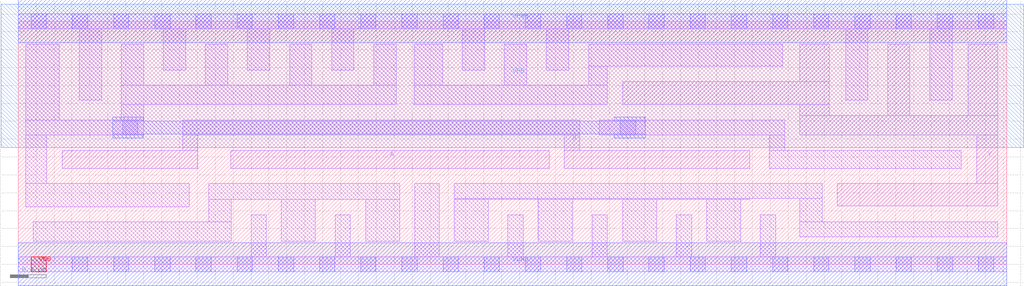
<source format=lef>
# Copyright 2020 The SkyWater PDK Authors
#
# Licensed under the Apache License, Version 2.0 (the "License");
# you may not use this file except in compliance with the License.
# You may obtain a copy of the License at
#
#     https://www.apache.org/licenses/LICENSE-2.0
#
# Unless required by applicable law or agreed to in writing, software
# distributed under the License is distributed on an "AS IS" BASIS,
# WITHOUT WARRANTIES OR CONDITIONS OF ANY KIND, either express or implied.
# See the License for the specific language governing permissions and
# limitations under the License.
#
# SPDX-License-Identifier: Apache-2.0

VERSION 5.7 ;
  NOWIREEXTENSIONATPIN ON ;
  DIVIDERCHAR "/" ;
  BUSBITCHARS "[]" ;
PROPERTYDEFINITIONS
  MACRO maskLayoutSubType STRING ;
  MACRO prCellType STRING ;
  MACRO originalViewName STRING ;
END PROPERTYDEFINITIONS
MACRO sky130_fd_sc_hdll__xnor2_4
  CLASS CORE ;
  FOREIGN sky130_fd_sc_hdll__xnor2_4 ;
  ORIGIN  0.000000  0.000000 ;
  SIZE  11.04000 BY  2.720000 ;
  SYMMETRY X Y R90 ;
  SITE unithd ;
  PIN A
    ANTENNAGATEAREA  2.220000 ;
    DIRECTION INPUT ;
    USE SIGNAL ;
    PORT
      LAYER li1 ;
        RECT 2.375000 1.075000 5.930000 1.275000 ;
    END
  END A
  PIN B
    ANTENNAGATEAREA  2.220000 ;
    DIRECTION INPUT ;
    USE SIGNAL ;
    PORT
      LAYER li1 ;
        RECT 0.490000 1.075000 2.005000 1.275000 ;
        RECT 1.835000 1.275000 2.005000 1.445000 ;
        RECT 1.835000 1.445000 6.270000 1.615000 ;
        RECT 6.100000 1.075000 8.170000 1.275000 ;
        RECT 6.100000 1.275000 6.270000 1.445000 ;
    END
  END B
  PIN Y
    ANTENNADIFFAREA  1.858500 ;
    DIRECTION OUTPUT ;
    USE SIGNAL ;
    PORT
      LAYER li1 ;
        RECT  6.750000 1.785000  9.060000 2.045000 ;
        RECT  8.730000 1.445000 10.940000 1.665000 ;
        RECT  8.730000 1.665000  9.060000 1.785000 ;
        RECT  8.730000 2.045000  9.060000 2.465000 ;
        RECT  9.150000 0.655000 10.940000 0.905000 ;
        RECT  9.710000 1.665000  9.960000 2.465000 ;
        RECT 10.610000 1.665000 10.940000 2.465000 ;
        RECT 10.705000 0.905000 10.940000 1.445000 ;
    END
  END Y
  PIN VGND
    DIRECTION INOUT ;
    USE GROUND ;
    PORT
      LAYER met1 ;
        RECT 0.000000 -0.240000 11.040000 0.240000 ;
    END
  END VGND
  PIN VNB
    DIRECTION INOUT ;
    USE GROUND ;
    PORT
      LAYER pwell ;
        RECT 0.145000 -0.085000 0.315000 0.085000 ;
    END
  END VNB
  PIN VPB
    DIRECTION INOUT ;
    USE POWER ;
    PORT
      LAYER nwell ;
        RECT -0.190000 1.305000 11.230000 2.910000 ;
    END
  END VPB
  PIN VPWR
    DIRECTION INOUT ;
    USE POWER ;
    PORT
      LAYER met1 ;
        RECT 0.000000 2.480000 11.040000 2.960000 ;
    END
  END VPWR
  OBS
    LAYER li1 ;
      RECT  0.000000 -0.085000 11.040000 0.085000 ;
      RECT  0.000000  2.635000 11.040000 2.805000 ;
      RECT  0.085000  0.645000  1.910000 0.905000 ;
      RECT  0.085000  0.905000  0.320000 1.445000 ;
      RECT  0.085000  1.445000  1.400000 1.615000 ;
      RECT  0.085000  1.615000  0.460000 2.465000 ;
      RECT  0.170000  0.255000  2.380000 0.475000 ;
      RECT  0.680000  1.835000  0.930000 2.635000 ;
      RECT  1.150000  1.615000  1.400000 1.785000 ;
      RECT  1.150000  1.785000  4.220000 2.005000 ;
      RECT  1.150000  2.005000  1.400000 2.465000 ;
      RECT  1.620000  2.175000  1.870000 2.635000 ;
      RECT  2.090000  2.005000  2.340000 2.465000 ;
      RECT  2.130000  0.475000  2.380000 0.725000 ;
      RECT  2.130000  0.725000  4.260000 0.905000 ;
      RECT  2.560000  2.175000  2.810000 2.635000 ;
      RECT  2.600000  0.085000  2.770000 0.555000 ;
      RECT  2.940000  0.255000  3.320000 0.725000 ;
      RECT  3.030000  2.005000  3.280000 2.465000 ;
      RECT  3.500000  2.175000  3.750000 2.635000 ;
      RECT  3.540000  0.085000  3.710000 0.555000 ;
      RECT  3.880000  0.255000  4.260000 0.725000 ;
      RECT  3.970000  2.005000  4.220000 2.465000 ;
      RECT  4.425000  1.785000  6.580000 2.005000 ;
      RECT  4.425000  2.005000  4.740000 2.465000 ;
      RECT  4.430000  0.085000  4.700000 0.905000 ;
      RECT  4.870000  0.255000  5.250000 0.725000 ;
      RECT  4.870000  0.725000  8.170000 0.735000 ;
      RECT  4.870000  0.735000  8.980000 0.905000 ;
      RECT  4.960000  2.175000  5.210000 2.635000 ;
      RECT  5.430000  2.005000  5.680000 2.465000 ;
      RECT  5.470000  0.085000  5.640000 0.555000 ;
      RECT  5.810000  0.255000  6.190000 0.725000 ;
      RECT  5.900000  2.175000  6.150000 2.635000 ;
      RECT  6.370000  2.005000  6.580000 2.215000 ;
      RECT  6.370000  2.215000  8.540000 2.465000 ;
      RECT  6.410000  0.085000  6.580000 0.555000 ;
      RECT  6.490000  1.445000  8.560000 1.615000 ;
      RECT  6.750000  0.255000  7.130000 0.725000 ;
      RECT  7.350000  0.085000  7.520000 0.555000 ;
      RECT  7.690000  0.255000  8.070000 0.725000 ;
      RECT  8.290000  0.085000  8.460000 0.555000 ;
      RECT  8.390000  1.075000 10.535000 1.275000 ;
      RECT  8.390000  1.275000  8.560000 1.445000 ;
      RECT  8.730000  0.305000 10.940000 0.475000 ;
      RECT  8.730000  0.475000  8.980000 0.735000 ;
      RECT  9.240000  1.835000  9.490000 2.635000 ;
      RECT 10.180000  1.835000 10.430000 2.635000 ;
    LAYER mcon ;
      RECT  0.145000 -0.085000  0.315000 0.085000 ;
      RECT  0.145000  2.635000  0.315000 2.805000 ;
      RECT  0.605000 -0.085000  0.775000 0.085000 ;
      RECT  0.605000  2.635000  0.775000 2.805000 ;
      RECT  1.065000 -0.085000  1.235000 0.085000 ;
      RECT  1.065000  2.635000  1.235000 2.805000 ;
      RECT  1.165000  1.445000  1.335000 1.615000 ;
      RECT  1.525000 -0.085000  1.695000 0.085000 ;
      RECT  1.525000  2.635000  1.695000 2.805000 ;
      RECT  1.985000 -0.085000  2.155000 0.085000 ;
      RECT  1.985000  2.635000  2.155000 2.805000 ;
      RECT  2.445000 -0.085000  2.615000 0.085000 ;
      RECT  2.445000  2.635000  2.615000 2.805000 ;
      RECT  2.905000 -0.085000  3.075000 0.085000 ;
      RECT  2.905000  2.635000  3.075000 2.805000 ;
      RECT  3.365000 -0.085000  3.535000 0.085000 ;
      RECT  3.365000  2.635000  3.535000 2.805000 ;
      RECT  3.825000 -0.085000  3.995000 0.085000 ;
      RECT  3.825000  2.635000  3.995000 2.805000 ;
      RECT  4.285000 -0.085000  4.455000 0.085000 ;
      RECT  4.285000  2.635000  4.455000 2.805000 ;
      RECT  4.745000 -0.085000  4.915000 0.085000 ;
      RECT  4.745000  2.635000  4.915000 2.805000 ;
      RECT  5.205000 -0.085000  5.375000 0.085000 ;
      RECT  5.205000  2.635000  5.375000 2.805000 ;
      RECT  5.665000 -0.085000  5.835000 0.085000 ;
      RECT  5.665000  2.635000  5.835000 2.805000 ;
      RECT  6.125000 -0.085000  6.295000 0.085000 ;
      RECT  6.125000  2.635000  6.295000 2.805000 ;
      RECT  6.585000 -0.085000  6.755000 0.085000 ;
      RECT  6.585000  2.635000  6.755000 2.805000 ;
      RECT  6.725000  1.445000  6.895000 1.615000 ;
      RECT  7.045000 -0.085000  7.215000 0.085000 ;
      RECT  7.045000  2.635000  7.215000 2.805000 ;
      RECT  7.505000 -0.085000  7.675000 0.085000 ;
      RECT  7.505000  2.635000  7.675000 2.805000 ;
      RECT  7.965000 -0.085000  8.135000 0.085000 ;
      RECT  7.965000  2.635000  8.135000 2.805000 ;
      RECT  8.425000 -0.085000  8.595000 0.085000 ;
      RECT  8.425000  2.635000  8.595000 2.805000 ;
      RECT  8.885000 -0.085000  9.055000 0.085000 ;
      RECT  8.885000  2.635000  9.055000 2.805000 ;
      RECT  9.345000 -0.085000  9.515000 0.085000 ;
      RECT  9.345000  2.635000  9.515000 2.805000 ;
      RECT  9.805000 -0.085000  9.975000 0.085000 ;
      RECT  9.805000  2.635000  9.975000 2.805000 ;
      RECT 10.265000 -0.085000 10.435000 0.085000 ;
      RECT 10.265000  2.635000 10.435000 2.805000 ;
      RECT 10.725000 -0.085000 10.895000 0.085000 ;
      RECT 10.725000  2.635000 10.895000 2.805000 ;
    LAYER met1 ;
      RECT 1.055000 1.415000 1.395000 1.460000 ;
      RECT 1.055000 1.460000 7.005000 1.600000 ;
      RECT 1.055000 1.600000 1.395000 1.645000 ;
      RECT 6.655000 1.415000 7.005000 1.460000 ;
      RECT 6.655000 1.600000 7.005000 1.645000 ;
  END
  PROPERTY maskLayoutSubType "abstract" ;
  PROPERTY prCellType "standard" ;
  PROPERTY originalViewName "layout" ;
END sky130_fd_sc_hdll__xnor2_4
END LIBRARY

</source>
